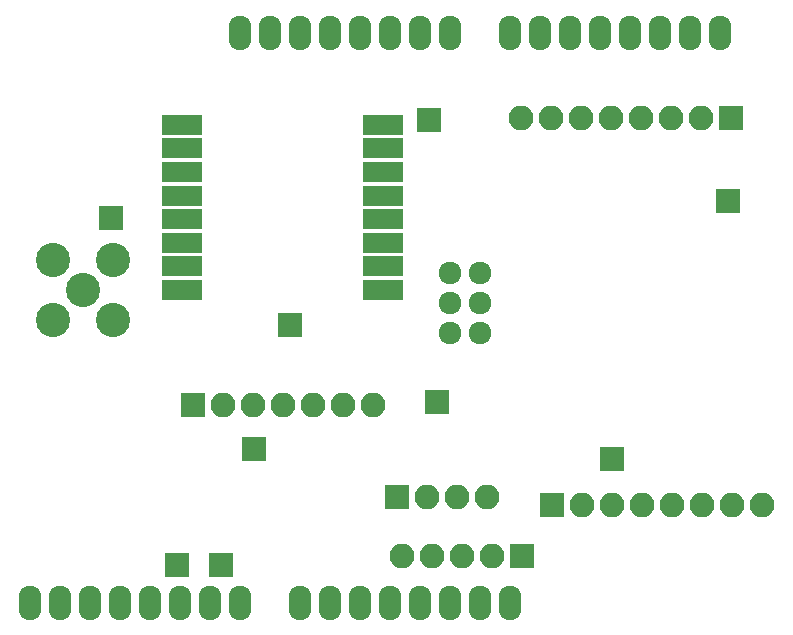
<source format=gbs>
G04 #@! TF.FileFunction,Soldermask,Bot*
%FSLAX46Y46*%
G04 Gerber Fmt 4.6, Leading zero omitted, Abs format (unit mm)*
G04 Created by KiCad (PCBNEW 4.0.7-e2-6376~58~ubuntu17.04.1) date Fri Apr 27 15:57:42 2018*
%MOMM*%
%LPD*%
G01*
G04 APERTURE LIST*
%ADD10C,0.100000*%
%ADD11C,2.900000*%
%ADD12R,3.400000X1.700000*%
%ADD13R,2.100000X2.100000*%
%ADD14O,2.100000X2.100000*%
%ADD15O,1.924000X2.940000*%
%ADD16C,1.924000*%
G04 APERTURE END LIST*
D10*
D11*
X131760000Y-90640000D03*
X131760000Y-85560000D03*
X136840000Y-90640000D03*
X136840000Y-85560000D03*
X134300000Y-88100000D03*
D12*
X142700000Y-88100000D03*
X142700000Y-86100000D03*
X142700000Y-84100000D03*
X142700000Y-82100000D03*
X142700000Y-80100000D03*
X142700000Y-78100000D03*
X142700000Y-76100000D03*
X142700000Y-74100000D03*
X159700000Y-74100000D03*
X159700000Y-76100000D03*
X159700000Y-78100000D03*
X159700000Y-80100000D03*
X159700000Y-82100000D03*
X159700000Y-84100000D03*
X159700000Y-86100000D03*
X159700000Y-88100000D03*
D13*
X160900000Y-105600000D03*
D14*
X163440000Y-105600000D03*
X165980000Y-105600000D03*
X168520000Y-105600000D03*
D13*
X171500000Y-110600000D03*
D14*
X168960000Y-110600000D03*
X166420000Y-110600000D03*
X163880000Y-110600000D03*
X161340000Y-110600000D03*
D13*
X143600000Y-97800000D03*
D14*
X146140000Y-97800000D03*
X148680000Y-97800000D03*
X151220000Y-97800000D03*
X153760000Y-97800000D03*
X156300000Y-97800000D03*
X158840000Y-97800000D03*
D13*
X189200000Y-73500000D03*
D14*
X186660000Y-73500000D03*
X184120000Y-73500000D03*
X181580000Y-73500000D03*
X179040000Y-73500000D03*
X176500000Y-73500000D03*
X173960000Y-73500000D03*
X171420000Y-73500000D03*
D15*
X170480000Y-66300000D03*
X173020000Y-66300000D03*
X175560000Y-66300000D03*
X178100000Y-66300000D03*
X180640000Y-66300000D03*
X183180000Y-66300000D03*
X185720000Y-66300000D03*
X188260000Y-66300000D03*
X170480000Y-114560000D03*
X167940000Y-114560000D03*
X165400000Y-114560000D03*
X162860000Y-114560000D03*
X160320000Y-114560000D03*
X152700000Y-114560000D03*
X155240000Y-114560000D03*
X157780000Y-114560000D03*
X147620000Y-114560000D03*
X145080000Y-114560000D03*
X142540000Y-114560000D03*
X137460000Y-114560000D03*
X134920000Y-114560000D03*
X165400000Y-66300000D03*
X162860000Y-66300000D03*
X160320000Y-66300000D03*
X157780000Y-66300000D03*
X155240000Y-66300000D03*
X152700000Y-66300000D03*
X150160000Y-66300000D03*
X147620000Y-66300000D03*
X140000000Y-114560000D03*
D16*
X165400000Y-86620000D03*
X167940000Y-86620000D03*
X165400000Y-89160000D03*
X167940000Y-89160000D03*
X165400000Y-91700000D03*
X167940000Y-91700000D03*
D15*
X132380000Y-114560000D03*
X129840000Y-114560000D03*
D13*
X174000000Y-106300000D03*
D14*
X176540000Y-106300000D03*
X179080000Y-106300000D03*
X181620000Y-106300000D03*
X184160000Y-106300000D03*
X186700000Y-106300000D03*
X189240000Y-106300000D03*
X191780000Y-106300000D03*
D13*
X164300000Y-97600000D03*
X163600000Y-73700000D03*
X136700000Y-82000000D03*
X179100000Y-102400000D03*
X188900000Y-80600000D03*
X148800000Y-101600000D03*
X142300000Y-111400000D03*
X146000000Y-111400000D03*
X151800000Y-91100000D03*
M02*

</source>
